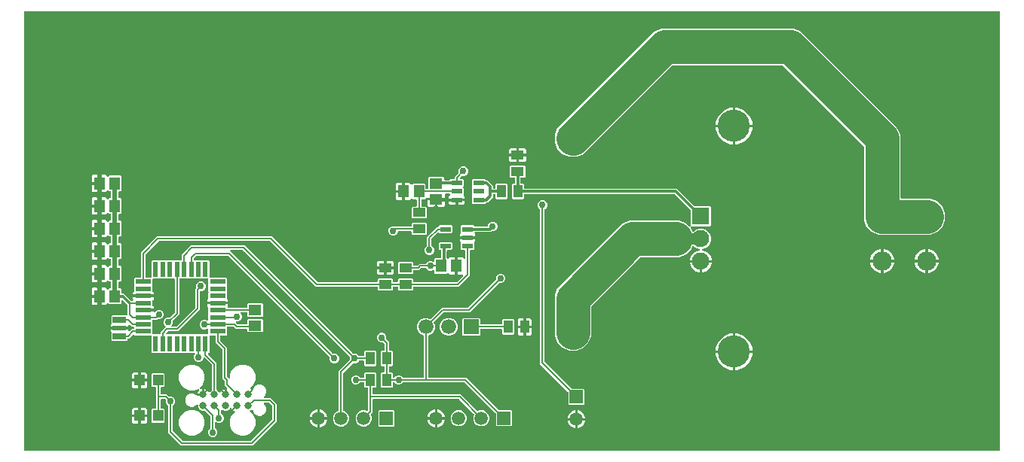
<source format=gtl>
G04 EAGLE Gerber RS-274X export*
G75*
%MOMM*%
%FSLAX34Y34*%
%LPD*%
%INTop Copper*%
%IPPOS*%
%AMOC8*
5,1,8,0,0,1.08239X$1,22.5*%
G01*
G04 Define Apertures*
%ADD10R,1.780000X0.575000*%
%ADD11R,0.575000X1.780000*%
%ADD12R,1.500000X0.700000*%
%ADD13R,1.500000X0.500000*%
%ADD14R,1.164600X1.465300*%
%ADD15R,1.465300X1.164600*%
%ADD16C,2.184400*%
%ADD17R,1.260500X0.595000*%
%ADD18R,1.420200X1.031200*%
%ADD19R,1.031200X1.420200*%
%ADD20C,0.820000*%
%ADD21R,1.500000X1.500000*%
%ADD22C,1.500000*%
%ADD23R,1.209900X0.591500*%
%ADD24R,1.676400X1.676400*%
%ADD25C,1.676400*%
%ADD26R,1.930400X1.930400*%
%ADD27C,1.930400*%
%ADD28C,3.616000*%
%ADD29C,8.500000*%
%ADD30R,1.150000X1.250000*%
%ADD31C,0.203200*%
%ADD32C,0.756400*%
%ADD33C,0.508000*%
%ADD34C,0.304800*%
%ADD35C,0.152400*%
%ADD36C,3.810000*%
%ADD37C,1.270000*%
G36*
X1096880Y2580D02*
X1097214Y2809D01*
X1097432Y3150D01*
X1097500Y3516D01*
X1097500Y496484D01*
X1097420Y496880D01*
X1097191Y497214D01*
X1096850Y497432D01*
X1096484Y497500D01*
X3516Y497500D01*
X3120Y497420D01*
X2786Y497191D01*
X2568Y496850D01*
X2500Y496484D01*
X2500Y3516D01*
X2580Y3120D01*
X2809Y2786D01*
X3150Y2568D01*
X3516Y2500D01*
X1096484Y2500D01*
X1096880Y2580D01*
G37*
%LPC*%
G36*
X961508Y245726D02*
X953946Y248858D01*
X948158Y254646D01*
X945026Y262208D01*
X945026Y344987D01*
X944946Y345383D01*
X944728Y345706D01*
X854106Y436328D01*
X853768Y436552D01*
X853387Y436626D01*
X730423Y436626D01*
X730027Y436546D01*
X729704Y436328D01*
X630144Y336768D01*
X622582Y333636D01*
X614398Y333636D01*
X606836Y336768D01*
X601048Y342556D01*
X597916Y350118D01*
X597916Y358302D01*
X601048Y365864D01*
X709826Y474642D01*
X717388Y477774D01*
X866422Y477774D01*
X873984Y474642D01*
X983042Y365584D01*
X986174Y358022D01*
X986174Y287890D01*
X986254Y287494D01*
X986483Y287160D01*
X986824Y286942D01*
X987190Y286874D01*
X1019692Y286874D01*
X1027254Y283742D01*
X1033042Y277954D01*
X1036174Y270392D01*
X1036174Y262208D01*
X1033042Y254646D01*
X1027254Y248858D01*
X1019692Y245726D01*
X961508Y245726D01*
G37*
G36*
X1036320Y421500D02*
X1029521Y424316D01*
X1024316Y429521D01*
X1021500Y436320D01*
X1021500Y443680D01*
X1024316Y450479D01*
X1029521Y455684D01*
X1036320Y458500D01*
X1043680Y458500D01*
X1050479Y455684D01*
X1055684Y450479D01*
X1058500Y443680D01*
X1058500Y436320D01*
X1055684Y429521D01*
X1050479Y424316D01*
X1043680Y421500D01*
X1036320Y421500D01*
G37*
G36*
X56320Y421500D02*
X49521Y424316D01*
X44316Y429521D01*
X41500Y436320D01*
X41500Y443680D01*
X44316Y450479D01*
X49521Y455684D01*
X56320Y458500D01*
X63680Y458500D01*
X70479Y455684D01*
X75684Y450479D01*
X78500Y443680D01*
X78500Y436320D01*
X75684Y429521D01*
X70479Y424316D01*
X63680Y421500D01*
X56320Y421500D01*
G37*
G36*
X778580Y369824D02*
X778580Y372402D01*
X781719Y379980D01*
X787520Y385781D01*
X795098Y388920D01*
X797676Y388920D01*
X797676Y369824D01*
X778580Y369824D01*
G37*
G36*
X800724Y369824D02*
X800724Y388920D01*
X803302Y388920D01*
X810880Y385781D01*
X816681Y379980D01*
X819820Y372402D01*
X819820Y369824D01*
X800724Y369824D01*
G37*
G36*
X800724Y347680D02*
X800724Y366776D01*
X819820Y366776D01*
X819820Y364198D01*
X816681Y356620D01*
X810880Y350819D01*
X803302Y347680D01*
X800724Y347680D01*
G37*
G36*
X795098Y347680D02*
X787520Y350819D01*
X781719Y356620D01*
X778580Y364198D01*
X778580Y366776D01*
X797676Y366776D01*
X797676Y347680D01*
X795098Y347680D01*
G37*
G36*
X546619Y337109D02*
X546619Y341793D01*
X548107Y343281D01*
X554736Y343281D01*
X554736Y337109D01*
X546619Y337109D01*
G37*
G36*
X557784Y337109D02*
X557784Y343281D01*
X564413Y343281D01*
X565901Y341793D01*
X565901Y337109D01*
X557784Y337109D01*
G37*
G36*
X557784Y327889D02*
X557784Y334061D01*
X565901Y334061D01*
X565901Y329377D01*
X564413Y327889D01*
X557784Y327889D01*
G37*
G36*
X548107Y327889D02*
X546619Y329377D01*
X546619Y334061D01*
X554736Y334061D01*
X554736Y327889D01*
X548107Y327889D01*
G37*
G36*
X614398Y115436D02*
X606836Y118568D01*
X601048Y124356D01*
X597916Y131918D01*
X597916Y178082D01*
X601048Y185644D01*
X674146Y258742D01*
X681708Y261874D01*
X738152Y261874D01*
X745714Y258742D01*
X749090Y255366D01*
X749427Y255143D01*
X749824Y255069D01*
X750219Y255156D01*
X750549Y255390D01*
X750761Y255734D01*
X750824Y256085D01*
X750824Y273145D01*
X750744Y273541D01*
X750526Y273863D01*
X733095Y291294D01*
X732758Y291518D01*
X732377Y291592D01*
X564261Y291592D01*
X563865Y291512D01*
X563531Y291283D01*
X563313Y290942D01*
X563245Y290576D01*
X563245Y286908D01*
X562352Y286015D01*
X550778Y286015D01*
X549885Y286908D01*
X549885Y302372D01*
X550778Y303265D01*
X552501Y303265D01*
X552897Y303345D01*
X553231Y303574D01*
X553449Y303915D01*
X553517Y304281D01*
X553517Y309499D01*
X553437Y309895D01*
X553208Y310229D01*
X552867Y310447D01*
X552501Y310515D01*
X548528Y310515D01*
X547635Y311408D01*
X547635Y322982D01*
X548528Y323875D01*
X563992Y323875D01*
X564885Y322982D01*
X564885Y311408D01*
X563992Y310515D01*
X560629Y310515D01*
X560233Y310435D01*
X559899Y310206D01*
X559681Y309865D01*
X559613Y309499D01*
X559613Y304281D01*
X559693Y303885D01*
X559922Y303551D01*
X560263Y303333D01*
X560629Y303265D01*
X562352Y303265D01*
X563245Y302372D01*
X563245Y298704D01*
X563325Y298308D01*
X563554Y297974D01*
X563895Y297756D01*
X564261Y297688D01*
X735323Y297688D01*
X754837Y278174D01*
X755174Y277950D01*
X755555Y277876D01*
X772283Y277876D01*
X773176Y276983D01*
X773176Y256417D01*
X772283Y255524D01*
X751385Y255524D01*
X750989Y255444D01*
X750655Y255215D01*
X750437Y254874D01*
X750369Y254476D01*
X750462Y254082D01*
X750666Y253790D01*
X751502Y252954D01*
X752779Y249871D01*
X753005Y249536D01*
X753344Y249315D01*
X753742Y249244D01*
X754136Y249334D01*
X754436Y249541D01*
X755669Y250775D01*
X759777Y252476D01*
X764223Y252476D01*
X768331Y250775D01*
X771475Y247631D01*
X773176Y243523D01*
X773176Y239077D01*
X771475Y234969D01*
X768331Y231825D01*
X764036Y230047D01*
X763701Y229821D01*
X763480Y229482D01*
X763409Y229084D01*
X763499Y228689D01*
X763736Y228362D01*
X764082Y228152D01*
X764425Y228092D01*
X764425Y228092D01*
X768906Y226236D01*
X772336Y222806D01*
X774192Y218325D01*
X774192Y217424D01*
X749808Y217424D01*
X749808Y218325D01*
X751664Y222806D01*
X755094Y226236D01*
X759575Y228092D01*
X759575Y228092D01*
X759971Y228172D01*
X760305Y228401D01*
X760523Y228742D01*
X760590Y229140D01*
X760497Y229534D01*
X760258Y229860D01*
X759964Y230047D01*
X755669Y231825D01*
X754436Y233059D01*
X754099Y233282D01*
X753701Y233356D01*
X753307Y233269D01*
X752977Y233035D01*
X752779Y232729D01*
X751502Y229646D01*
X745714Y223858D01*
X738152Y220726D01*
X694743Y220726D01*
X694347Y220646D01*
X694024Y220428D01*
X639362Y165766D01*
X639138Y165428D01*
X639064Y165047D01*
X639064Y131918D01*
X635932Y124356D01*
X630144Y118568D01*
X622582Y115436D01*
X614398Y115436D01*
G37*
G36*
X438038Y264135D02*
X437145Y265028D01*
X437145Y276602D01*
X438038Y277495D01*
X442078Y277495D01*
X442474Y277575D01*
X442808Y277804D01*
X443026Y278145D01*
X443094Y278511D01*
X443094Y284774D01*
X443014Y285170D01*
X442785Y285503D01*
X442444Y285721D01*
X442078Y285790D01*
X439180Y285790D01*
X438223Y286746D01*
X437886Y286969D01*
X437489Y287043D01*
X437094Y286957D01*
X436764Y286723D01*
X436552Y286379D01*
X436540Y286312D01*
X435001Y284774D01*
X429650Y284774D01*
X429650Y304507D01*
X435001Y304507D01*
X436549Y302959D01*
X436569Y302856D01*
X436798Y302523D01*
X437139Y302305D01*
X437537Y302237D01*
X437931Y302330D01*
X438223Y302534D01*
X439180Y303491D01*
X452088Y303491D01*
X452981Y302598D01*
X452981Y298196D01*
X453061Y297800D01*
X453290Y297466D01*
X453631Y297248D01*
X453997Y297180D01*
X454954Y297180D01*
X455350Y297260D01*
X455683Y297489D01*
X455901Y297830D01*
X455970Y298196D01*
X455970Y309848D01*
X456862Y310741D01*
X472778Y310741D01*
X473671Y309848D01*
X473671Y308204D01*
X473751Y307808D01*
X473980Y307474D01*
X474320Y307256D01*
X474687Y307188D01*
X479293Y307188D01*
X479690Y307268D01*
X480012Y307486D01*
X481165Y308639D01*
X484543Y308639D01*
X484939Y308719D01*
X485273Y308948D01*
X485491Y309289D01*
X485559Y309655D01*
X485559Y311351D01*
X489707Y315499D01*
X489930Y315836D01*
X490004Y316234D01*
X489994Y316283D01*
X489994Y318555D01*
X490802Y320506D01*
X492294Y321998D01*
X494245Y322806D01*
X496355Y322806D01*
X498306Y321998D01*
X499798Y320506D01*
X500606Y318555D01*
X500606Y316445D01*
X499798Y314494D01*
X498306Y313002D01*
X496355Y312194D01*
X494063Y312194D01*
X494009Y312204D01*
X493614Y312121D01*
X493299Y311907D01*
X491766Y310373D01*
X491542Y310036D01*
X491468Y309639D01*
X491555Y309244D01*
X491789Y308914D01*
X492133Y308702D01*
X492484Y308639D01*
X495033Y308639D01*
X495926Y307746D01*
X495926Y300534D01*
X495500Y300108D01*
X495277Y299771D01*
X495203Y299374D01*
X495290Y298979D01*
X495500Y298672D01*
X495926Y298246D01*
X495926Y290616D01*
X495921Y290592D01*
X496008Y290197D01*
X496219Y289890D01*
X496942Y289167D01*
X496942Y286664D01*
X479257Y286664D01*
X479257Y289167D01*
X479979Y289890D01*
X480203Y290227D01*
X480277Y290625D01*
X480273Y290645D01*
X480273Y291084D01*
X480192Y291480D01*
X479963Y291814D01*
X479623Y292032D01*
X479257Y292100D01*
X475703Y292100D01*
X475306Y292020D01*
X474973Y291791D01*
X474755Y291450D01*
X474687Y291084D01*
X474687Y287410D01*
X454192Y287410D01*
X454192Y287169D01*
X453905Y287217D01*
X453512Y287124D01*
X453219Y286920D01*
X452088Y285790D01*
X449190Y285790D01*
X448794Y285709D01*
X448460Y285480D01*
X448242Y285140D01*
X448174Y284774D01*
X448174Y278511D01*
X448254Y278115D01*
X448483Y277781D01*
X448824Y277563D01*
X449190Y277495D01*
X453502Y277495D01*
X454395Y276602D01*
X454395Y265028D01*
X453502Y264135D01*
X438038Y264135D01*
G37*
G36*
X78133Y305054D02*
X78133Y311909D01*
X79621Y313397D01*
X84972Y313397D01*
X84972Y305054D01*
X78133Y305054D01*
G37*
G36*
X178018Y8890D02*
X163985Y22923D01*
X163985Y53050D01*
X163905Y53446D01*
X163676Y53780D01*
X163633Y53808D01*
X162027Y55414D01*
X161219Y57365D01*
X161219Y59658D01*
X161229Y59711D01*
X161146Y60106D01*
X160932Y60421D01*
X160690Y60662D01*
X160353Y60886D01*
X159972Y60960D01*
X156296Y60960D01*
X155900Y60880D01*
X155566Y60651D01*
X155348Y60310D01*
X155280Y59944D01*
X155280Y51020D01*
X155360Y50624D01*
X155589Y50290D01*
X155930Y50072D01*
X156296Y50004D01*
X159121Y50004D01*
X160014Y49111D01*
X160014Y35349D01*
X159121Y34456D01*
X146359Y34456D01*
X145466Y35349D01*
X145466Y49111D01*
X146359Y50004D01*
X149184Y50004D01*
X149580Y50084D01*
X149914Y50313D01*
X150132Y50654D01*
X150200Y51020D01*
X150200Y73440D01*
X150120Y73836D01*
X149891Y74170D01*
X149550Y74388D01*
X149184Y74456D01*
X146359Y74456D01*
X145466Y75349D01*
X145466Y89111D01*
X146359Y90004D01*
X159121Y90004D01*
X160014Y89111D01*
X160014Y75349D01*
X159121Y74456D01*
X156296Y74456D01*
X155900Y74376D01*
X155566Y74147D01*
X155348Y73806D01*
X155280Y73440D01*
X155280Y67056D01*
X155360Y66660D01*
X155589Y66326D01*
X155930Y66108D01*
X156296Y66040D01*
X162497Y66040D01*
X164524Y64013D01*
X164861Y63790D01*
X165259Y63716D01*
X165308Y63726D01*
X167580Y63726D01*
X169531Y62918D01*
X171023Y61426D01*
X171831Y59475D01*
X171831Y57365D01*
X171023Y55414D01*
X169402Y53793D01*
X169357Y53763D01*
X169136Y53424D01*
X169065Y53050D01*
X169065Y25448D01*
X169145Y25052D01*
X169363Y24730D01*
X179825Y14268D01*
X180162Y14044D01*
X180543Y13970D01*
X256337Y13970D01*
X256733Y14050D01*
X257055Y14268D01*
X280372Y37585D01*
X280596Y37922D01*
X280670Y38303D01*
X280670Y53137D01*
X280590Y53533D01*
X280372Y53855D01*
X277375Y56852D01*
X277038Y57076D01*
X276657Y57150D01*
X272083Y57150D01*
X271687Y57070D01*
X271353Y56841D01*
X271135Y56500D01*
X271068Y56102D01*
X271161Y55708D01*
X271365Y55416D01*
X273018Y53762D01*
X274153Y51023D01*
X274153Y48058D01*
X273018Y45318D01*
X270922Y43222D01*
X268183Y42087D01*
X265218Y42087D01*
X262478Y43222D01*
X260382Y45318D01*
X259247Y48058D01*
X259247Y48181D01*
X259167Y48577D01*
X258938Y48910D01*
X258597Y49128D01*
X258199Y49196D01*
X257805Y49103D01*
X257513Y48899D01*
X257186Y48572D01*
X256123Y48132D01*
X255788Y47906D01*
X255567Y47567D01*
X255496Y47169D01*
X255586Y46775D01*
X255794Y46475D01*
X259836Y42433D01*
X262025Y37149D01*
X262025Y31431D01*
X259836Y26147D01*
X255793Y22104D01*
X250509Y19916D01*
X244791Y19916D01*
X239507Y22104D01*
X235464Y26147D01*
X233276Y31431D01*
X233276Y37149D01*
X235464Y42433D01*
X238729Y45697D01*
X238952Y46035D01*
X239026Y46432D01*
X238939Y46827D01*
X238706Y47157D01*
X238399Y47354D01*
X237539Y47711D01*
X235671Y49579D01*
X235339Y50380D01*
X235113Y50716D01*
X234774Y50936D01*
X234376Y51007D01*
X233982Y50917D01*
X233654Y50681D01*
X233462Y50380D01*
X233368Y50154D01*
X231786Y48572D01*
X229719Y47716D01*
X227481Y47716D01*
X225414Y48572D01*
X225254Y48732D01*
X224917Y48955D01*
X224520Y49030D01*
X224125Y48943D01*
X223795Y48709D01*
X223583Y48365D01*
X223520Y48014D01*
X223520Y44740D01*
X223600Y44344D01*
X223829Y44010D01*
X223872Y43982D01*
X225478Y42376D01*
X226286Y40425D01*
X226286Y38315D01*
X225478Y36364D01*
X223986Y34872D01*
X222035Y34064D01*
X219925Y34064D01*
X217914Y34897D01*
X217518Y34974D01*
X217122Y34890D01*
X216790Y34659D01*
X216575Y34317D01*
X216510Y33958D01*
X216510Y28840D01*
X216590Y28443D01*
X216819Y28110D01*
X216861Y28082D01*
X218468Y26475D01*
X219276Y24525D01*
X219276Y22414D01*
X218468Y20464D01*
X216975Y18971D01*
X215025Y18164D01*
X212914Y18164D01*
X210964Y18971D01*
X209471Y20464D01*
X208664Y22414D01*
X208664Y24525D01*
X209471Y26475D01*
X211093Y28097D01*
X211138Y28127D01*
X211358Y28466D01*
X211430Y28840D01*
X211430Y41097D01*
X211349Y41494D01*
X211132Y41816D01*
X205444Y47503D01*
X205107Y47727D01*
X204710Y47801D01*
X204337Y47724D01*
X204319Y47716D01*
X202081Y47716D01*
X200014Y48572D01*
X198432Y50154D01*
X197576Y52221D01*
X197576Y53773D01*
X197496Y54169D01*
X197267Y54503D01*
X196926Y54721D01*
X196528Y54789D01*
X196134Y54695D01*
X195842Y54491D01*
X194722Y53372D01*
X191983Y52237D01*
X189018Y52237D01*
X186278Y53372D01*
X184182Y55468D01*
X183047Y58208D01*
X183047Y61173D01*
X184182Y63912D01*
X186278Y66008D01*
X189018Y67143D01*
X191983Y67143D01*
X194722Y66008D01*
X194826Y65905D01*
X195163Y65681D01*
X195560Y65607D01*
X195798Y65659D01*
X195798Y64516D01*
X204724Y64516D01*
X204724Y72596D01*
X206961Y71669D01*
X208829Y69801D01*
X209161Y69000D01*
X209387Y68664D01*
X209726Y68444D01*
X210124Y68373D01*
X210518Y68463D01*
X210846Y68699D01*
X211039Y69000D01*
X211132Y69226D01*
X212714Y70808D01*
X212733Y70816D01*
X213068Y71042D01*
X213289Y71380D01*
X213360Y71754D01*
X213360Y98857D01*
X213280Y99253D01*
X213062Y99575D01*
X205160Y107477D01*
X204823Y107701D01*
X204426Y107775D01*
X204031Y107688D01*
X203701Y107454D01*
X203489Y107110D01*
X203468Y106997D01*
X202618Y104944D01*
X201126Y103452D01*
X199175Y102644D01*
X197065Y102644D01*
X195114Y103452D01*
X193622Y104944D01*
X192814Y106895D01*
X192814Y109005D01*
X193622Y110956D01*
X193795Y111129D01*
X194018Y111466D01*
X194092Y111863D01*
X194005Y112258D01*
X193772Y112588D01*
X193427Y112800D01*
X193076Y112863D01*
X186174Y112863D01*
X185784Y112936D01*
X185453Y112863D01*
X178174Y112863D01*
X177784Y112936D01*
X177453Y112863D01*
X170174Y112863D01*
X169784Y112936D01*
X169453Y112863D01*
X162174Y112863D01*
X161784Y112936D01*
X161453Y112863D01*
X154174Y112863D01*
X153784Y112936D01*
X153453Y112863D01*
X146294Y112863D01*
X145401Y113756D01*
X145401Y131685D01*
X145321Y132081D01*
X145092Y132415D01*
X144751Y132633D01*
X144385Y132701D01*
X126456Y132701D01*
X125743Y133414D01*
X125406Y133637D01*
X125008Y133711D01*
X124613Y133625D01*
X124306Y133414D01*
X119822Y128930D01*
X119260Y128930D01*
X118864Y128850D01*
X118530Y128621D01*
X118312Y128280D01*
X118244Y127914D01*
X118244Y127339D01*
X117351Y126446D01*
X101089Y126446D01*
X100196Y127339D01*
X100196Y135981D01*
X100116Y136377D01*
X99898Y136699D01*
X99180Y137418D01*
X99180Y139446D01*
X119260Y139446D01*
X119260Y138005D01*
X119340Y137609D01*
X119569Y137275D01*
X119910Y137057D01*
X120308Y136989D01*
X120702Y137083D01*
X120994Y137287D01*
X123348Y139640D01*
X124547Y139640D01*
X124943Y139720D01*
X125277Y139949D01*
X125495Y140290D01*
X125563Y140656D01*
X125563Y140726D01*
X125636Y141116D01*
X125563Y141447D01*
X125563Y141544D01*
X125483Y141940D01*
X125254Y142274D01*
X124913Y142492D01*
X124547Y142560D01*
X123088Y142560D01*
X120994Y144653D01*
X120657Y144877D01*
X120260Y144951D01*
X119865Y144864D01*
X119535Y144630D01*
X119323Y144286D01*
X119260Y143935D01*
X119260Y142494D01*
X99180Y142494D01*
X99180Y144522D01*
X99898Y145241D01*
X100122Y145578D01*
X100196Y145959D01*
X100196Y154601D01*
X101089Y155494D01*
X117094Y155494D01*
X117490Y155574D01*
X117824Y155803D01*
X118042Y156144D01*
X118110Y156510D01*
X118110Y166719D01*
X118030Y167115D01*
X117812Y167437D01*
X113085Y172164D01*
X112748Y172387D01*
X112351Y172462D01*
X111956Y172375D01*
X111626Y172141D01*
X111414Y171797D01*
X111351Y171446D01*
X111351Y168572D01*
X110458Y167680D01*
X97550Y167680D01*
X96593Y168636D01*
X96256Y168859D01*
X95859Y168933D01*
X95464Y168847D01*
X95134Y168613D01*
X94922Y168269D01*
X94910Y168202D01*
X93371Y166664D01*
X88020Y166664D01*
X88020Y186397D01*
X93371Y186397D01*
X94919Y184849D01*
X94939Y184746D01*
X95168Y184413D01*
X95509Y184195D01*
X95907Y184127D01*
X96301Y184220D01*
X96593Y184424D01*
X97550Y185381D01*
X98924Y185381D01*
X99320Y185461D01*
X99654Y185690D01*
X99872Y186030D01*
X99940Y186397D01*
X99940Y192064D01*
X99860Y192460D01*
X99631Y192793D01*
X99290Y193011D01*
X98924Y193080D01*
X97550Y193080D01*
X96593Y194036D01*
X96256Y194259D01*
X95859Y194333D01*
X95464Y194247D01*
X95134Y194013D01*
X94922Y193669D01*
X94910Y193602D01*
X93371Y192064D01*
X88020Y192064D01*
X88020Y211797D01*
X93371Y211797D01*
X94919Y210249D01*
X94939Y210146D01*
X95168Y209813D01*
X95509Y209595D01*
X95907Y209527D01*
X96301Y209620D01*
X96593Y209824D01*
X97550Y210781D01*
X98924Y210781D01*
X99320Y210861D01*
X99654Y211090D01*
X99872Y211430D01*
X99940Y211797D01*
X99940Y217464D01*
X99860Y217860D01*
X99631Y218193D01*
X99290Y218411D01*
X98924Y218480D01*
X97550Y218480D01*
X96593Y219436D01*
X96256Y219659D01*
X95859Y219733D01*
X95464Y219647D01*
X95134Y219413D01*
X94922Y219069D01*
X94910Y219002D01*
X93371Y217464D01*
X88020Y217464D01*
X88020Y237197D01*
X93371Y237197D01*
X94919Y235649D01*
X94939Y235546D01*
X95168Y235213D01*
X95509Y234995D01*
X95907Y234927D01*
X96301Y235020D01*
X96593Y235224D01*
X97550Y236181D01*
X98924Y236181D01*
X99320Y236261D01*
X99654Y236490D01*
X99872Y236830D01*
X99940Y237197D01*
X99940Y242864D01*
X99860Y243260D01*
X99631Y243593D01*
X99290Y243811D01*
X98924Y243880D01*
X97550Y243880D01*
X96593Y244836D01*
X96256Y245059D01*
X95859Y245133D01*
X95464Y245047D01*
X95134Y244813D01*
X94922Y244469D01*
X94910Y244402D01*
X93371Y242864D01*
X88020Y242864D01*
X88020Y262597D01*
X93371Y262597D01*
X94919Y261049D01*
X94939Y260946D01*
X95168Y260613D01*
X95509Y260395D01*
X95907Y260327D01*
X96301Y260420D01*
X96593Y260624D01*
X97550Y261581D01*
X98924Y261581D01*
X99320Y261661D01*
X99654Y261890D01*
X99872Y262230D01*
X99940Y262597D01*
X99940Y268264D01*
X99860Y268660D01*
X99631Y268993D01*
X99290Y269211D01*
X98924Y269280D01*
X97550Y269280D01*
X96593Y270236D01*
X96256Y270459D01*
X95859Y270533D01*
X95464Y270447D01*
X95134Y270213D01*
X94922Y269869D01*
X94910Y269802D01*
X93371Y268264D01*
X88020Y268264D01*
X88020Y287997D01*
X93371Y287997D01*
X94919Y286449D01*
X94939Y286346D01*
X95168Y286013D01*
X95509Y285795D01*
X95907Y285727D01*
X96301Y285820D01*
X96593Y286024D01*
X97550Y286981D01*
X98924Y286981D01*
X99320Y287061D01*
X99654Y287290D01*
X99872Y287630D01*
X99940Y287997D01*
X99940Y293664D01*
X99860Y294060D01*
X99631Y294393D01*
X99290Y294611D01*
X98924Y294680D01*
X97550Y294680D01*
X96593Y295636D01*
X96256Y295859D01*
X95859Y295933D01*
X95464Y295847D01*
X95134Y295613D01*
X94922Y295269D01*
X94910Y295202D01*
X93371Y293664D01*
X88020Y293664D01*
X88020Y313397D01*
X93371Y313397D01*
X94919Y311849D01*
X94939Y311746D01*
X95168Y311413D01*
X95509Y311195D01*
X95907Y311127D01*
X96301Y311220D01*
X96593Y311424D01*
X97550Y312381D01*
X110458Y312381D01*
X111351Y311488D01*
X111351Y295572D01*
X110458Y294680D01*
X109084Y294680D01*
X108688Y294599D01*
X108354Y294370D01*
X108136Y294030D01*
X108068Y293664D01*
X108068Y287997D01*
X108148Y287600D01*
X108377Y287267D01*
X108718Y287049D01*
X109084Y286981D01*
X110458Y286981D01*
X111351Y286088D01*
X111351Y270172D01*
X110458Y269280D01*
X109084Y269280D01*
X108688Y269199D01*
X108354Y268970D01*
X108136Y268630D01*
X108068Y268264D01*
X108068Y262597D01*
X108148Y262200D01*
X108377Y261867D01*
X108718Y261649D01*
X109084Y261581D01*
X110458Y261581D01*
X111351Y260688D01*
X111351Y244772D01*
X110458Y243880D01*
X109084Y243880D01*
X108688Y243799D01*
X108354Y243570D01*
X108136Y243230D01*
X108068Y242864D01*
X108068Y237197D01*
X108148Y236800D01*
X108377Y236467D01*
X108718Y236249D01*
X109084Y236181D01*
X110458Y236181D01*
X111351Y235288D01*
X111351Y219372D01*
X110458Y218480D01*
X109084Y218480D01*
X108688Y218399D01*
X108354Y218170D01*
X108136Y217830D01*
X108068Y217464D01*
X108068Y211797D01*
X108148Y211400D01*
X108377Y211067D01*
X108718Y210849D01*
X109084Y210781D01*
X110458Y210781D01*
X111351Y209888D01*
X111351Y193972D01*
X110458Y193080D01*
X109084Y193080D01*
X108688Y192999D01*
X108354Y192770D01*
X108136Y192430D01*
X108068Y192064D01*
X108068Y186397D01*
X108148Y186000D01*
X108377Y185667D01*
X108718Y185449D01*
X109084Y185381D01*
X110458Y185381D01*
X111351Y184488D01*
X111351Y180594D01*
X111431Y180198D01*
X111660Y179864D01*
X112001Y179646D01*
X112367Y179578D01*
X114293Y179578D01*
X121933Y171938D01*
X122270Y171714D01*
X122651Y171640D01*
X123627Y171640D01*
X124023Y171720D01*
X124357Y171949D01*
X124575Y172290D01*
X124643Y172688D01*
X124550Y173082D01*
X124547Y173086D01*
X124547Y175576D01*
X147427Y175576D01*
X147427Y173173D01*
X146709Y172454D01*
X146485Y172117D01*
X146411Y171736D01*
X146411Y166464D01*
X146491Y166068D01*
X146709Y165746D01*
X147427Y165027D01*
X147427Y162624D01*
X134463Y162624D01*
X134463Y159576D01*
X147498Y159576D01*
X147507Y159527D01*
X147736Y159194D01*
X148077Y158976D01*
X148475Y158908D01*
X148869Y159001D01*
X149161Y159205D01*
X150664Y160708D01*
X152615Y161516D01*
X154725Y161516D01*
X156676Y160708D01*
X158168Y159216D01*
X158976Y157265D01*
X158976Y155155D01*
X158168Y153204D01*
X156676Y151712D01*
X154725Y150904D01*
X152433Y150904D01*
X152379Y150914D01*
X151984Y150831D01*
X151669Y150617D01*
X151612Y150560D01*
X147427Y150560D01*
X147031Y150480D01*
X146697Y150251D01*
X146479Y149910D01*
X146411Y149544D01*
X146411Y149474D01*
X146338Y149084D01*
X146411Y148753D01*
X146411Y141474D01*
X146338Y141084D01*
X146411Y140753D01*
X146411Y134727D01*
X146491Y134331D01*
X146720Y133997D01*
X147061Y133779D01*
X147427Y133711D01*
X153426Y133711D01*
X153816Y133638D01*
X154147Y133711D01*
X154244Y133711D01*
X154640Y133791D01*
X154974Y134020D01*
X155192Y134361D01*
X155260Y134727D01*
X155260Y135992D01*
X160739Y141471D01*
X160962Y141808D01*
X161036Y142205D01*
X160949Y142600D01*
X160739Y142908D01*
X159332Y144314D01*
X158524Y146265D01*
X158524Y148375D01*
X159332Y150326D01*
X160824Y151818D01*
X162775Y152626D01*
X165068Y152626D01*
X165121Y152616D01*
X165516Y152699D01*
X165831Y152913D01*
X170962Y158045D01*
X171186Y158382D01*
X171260Y158763D01*
X171260Y195473D01*
X171180Y195869D01*
X170951Y196203D01*
X170610Y196421D01*
X170244Y196489D01*
X170174Y196489D01*
X169784Y196562D01*
X169453Y196489D01*
X162174Y196489D01*
X161784Y196562D01*
X161453Y196489D01*
X154174Y196489D01*
X153784Y196562D01*
X153453Y196489D01*
X147427Y196489D01*
X147031Y196409D01*
X146697Y196180D01*
X146479Y195839D01*
X146411Y195473D01*
X146411Y189474D01*
X146338Y189084D01*
X146411Y188753D01*
X146411Y182464D01*
X146491Y182068D01*
X146709Y181746D01*
X147427Y181027D01*
X147427Y178624D01*
X124547Y178624D01*
X124547Y181027D01*
X125265Y181746D01*
X125489Y182083D01*
X125563Y182464D01*
X125563Y188726D01*
X125636Y189116D01*
X125563Y189447D01*
X125563Y196606D01*
X126456Y197499D01*
X132431Y197499D01*
X132827Y197579D01*
X133161Y197808D01*
X133379Y198149D01*
X133447Y198515D01*
X133447Y225939D01*
X151348Y243840D01*
X280452Y243840D01*
X331260Y193033D01*
X331597Y192809D01*
X331978Y192735D01*
X398029Y192735D01*
X398425Y192815D01*
X398759Y193044D01*
X398977Y193385D01*
X399045Y193751D01*
X399045Y195982D01*
X399938Y196875D01*
X415402Y196875D01*
X416295Y195982D01*
X416295Y193751D01*
X416375Y193355D01*
X416604Y193021D01*
X416945Y192803D01*
X417311Y192735D01*
X420889Y192735D01*
X421285Y192815D01*
X421619Y193044D01*
X421837Y193385D01*
X421905Y193751D01*
X421905Y195982D01*
X422798Y196875D01*
X438262Y196875D01*
X439155Y195982D01*
X439155Y193751D01*
X439235Y193355D01*
X439464Y193021D01*
X439805Y192803D01*
X440171Y192735D01*
X487911Y192735D01*
X488307Y192815D01*
X488629Y193033D01*
X494816Y199219D01*
X495039Y199556D01*
X495113Y199954D01*
X495027Y200349D01*
X494793Y200678D01*
X494449Y200891D01*
X494098Y200954D01*
X489068Y200954D01*
X489068Y220687D01*
X494419Y220687D01*
X495940Y219166D01*
X496277Y218943D01*
X496674Y218869D01*
X497069Y218955D01*
X497399Y219189D01*
X497611Y219533D01*
X497674Y219884D01*
X497674Y227573D01*
X497594Y227969D01*
X497365Y228302D01*
X497024Y228520D01*
X496658Y228589D01*
X493533Y228589D01*
X492641Y229481D01*
X492641Y237001D01*
X492662Y237118D01*
X492576Y237513D01*
X492365Y237820D01*
X491625Y238560D01*
X491625Y241046D01*
X508804Y241046D01*
X508804Y238560D01*
X508063Y237820D01*
X507840Y237483D01*
X507766Y237085D01*
X507788Y236986D01*
X507788Y229481D01*
X506895Y228589D01*
X503770Y228589D01*
X503374Y228508D01*
X503040Y228279D01*
X502822Y227939D01*
X502754Y227573D01*
X502754Y199973D01*
X490436Y187655D01*
X440171Y187655D01*
X439775Y187575D01*
X439441Y187346D01*
X439223Y187005D01*
X439155Y186639D01*
X439155Y184408D01*
X438262Y183515D01*
X422798Y183515D01*
X421905Y184408D01*
X421905Y186639D01*
X421825Y187035D01*
X421596Y187369D01*
X421255Y187587D01*
X420889Y187655D01*
X417311Y187655D01*
X416915Y187575D01*
X416581Y187346D01*
X416363Y187005D01*
X416295Y186639D01*
X416295Y184408D01*
X415402Y183515D01*
X399938Y183515D01*
X399045Y184408D01*
X399045Y186639D01*
X398965Y187035D01*
X398736Y187369D01*
X398395Y187587D01*
X398029Y187655D01*
X329453Y187655D01*
X278645Y238462D01*
X278308Y238686D01*
X277927Y238760D01*
X153873Y238760D01*
X153477Y238680D01*
X153155Y238462D01*
X138825Y224132D01*
X138601Y223795D01*
X138527Y223414D01*
X138527Y198515D01*
X138607Y198119D01*
X138836Y197785D01*
X139177Y197567D01*
X139543Y197499D01*
X144385Y197499D01*
X144781Y197579D01*
X145115Y197808D01*
X145333Y198149D01*
X145401Y198515D01*
X145401Y216444D01*
X146294Y217337D01*
X153426Y217337D01*
X153816Y217264D01*
X154147Y217337D01*
X161426Y217337D01*
X161816Y217264D01*
X162147Y217337D01*
X169426Y217337D01*
X169816Y217264D01*
X170147Y217337D01*
X177426Y217337D01*
X177816Y217264D01*
X178147Y217337D01*
X178244Y217337D01*
X178640Y217417D01*
X178974Y217646D01*
X179192Y217987D01*
X179260Y218353D01*
X179260Y223492D01*
X189448Y233680D01*
X249972Y233680D01*
X371379Y112273D01*
X371716Y112050D01*
X372114Y111976D01*
X372163Y111986D01*
X374435Y111986D01*
X376386Y111178D01*
X378007Y109557D01*
X378037Y109512D01*
X378376Y109291D01*
X378750Y109220D01*
X383159Y109220D01*
X383555Y109300D01*
X383889Y109529D01*
X384107Y109870D01*
X384175Y110236D01*
X384175Y114412D01*
X385068Y115305D01*
X396642Y115305D01*
X397535Y114412D01*
X397535Y98948D01*
X396642Y98055D01*
X385068Y98055D01*
X384175Y98948D01*
X384175Y103124D01*
X384095Y103520D01*
X383866Y103854D01*
X383525Y104072D01*
X383159Y104140D01*
X378750Y104140D01*
X378354Y104060D01*
X378020Y103831D01*
X377992Y103788D01*
X376386Y102182D01*
X374435Y101374D01*
X372143Y101374D01*
X372089Y101384D01*
X371694Y101301D01*
X371379Y101087D01*
X360978Y90685D01*
X360754Y90348D01*
X360680Y89967D01*
X360680Y48644D01*
X360760Y48248D01*
X360989Y47915D01*
X361307Y47706D01*
X363252Y46900D01*
X365790Y44362D01*
X367164Y41045D01*
X367164Y37455D01*
X365790Y34138D01*
X363252Y31600D01*
X359935Y30226D01*
X356345Y30226D01*
X353028Y31600D01*
X350490Y34138D01*
X349116Y37455D01*
X349116Y41045D01*
X350490Y44362D01*
X353028Y46900D01*
X354973Y47706D01*
X355308Y47932D01*
X355529Y48271D01*
X355600Y48644D01*
X355600Y92492D01*
X367787Y104679D01*
X368010Y105016D01*
X368084Y105414D01*
X368074Y105463D01*
X368074Y107918D01*
X368084Y107971D01*
X368001Y108366D01*
X367787Y108681D01*
X248165Y228302D01*
X247828Y228526D01*
X247447Y228600D01*
X234645Y228600D01*
X234249Y228520D01*
X233915Y228291D01*
X233697Y227950D01*
X233629Y227552D01*
X233723Y227158D01*
X233927Y226866D01*
X348519Y112273D01*
X348856Y112050D01*
X349254Y111976D01*
X349303Y111986D01*
X351575Y111986D01*
X353526Y111178D01*
X355018Y109686D01*
X355826Y107735D01*
X355826Y105625D01*
X355018Y103674D01*
X353526Y102182D01*
X351575Y101374D01*
X349465Y101374D01*
X347514Y102182D01*
X346022Y103674D01*
X345214Y105625D01*
X345214Y107918D01*
X345224Y107971D01*
X345141Y108366D01*
X344927Y108681D01*
X231655Y221952D01*
X231318Y222176D01*
X230937Y222250D01*
X195783Y222250D01*
X195387Y222170D01*
X195065Y221952D01*
X192638Y219525D01*
X192414Y219188D01*
X192340Y218807D01*
X192340Y218353D01*
X192420Y217957D01*
X192649Y217623D01*
X192990Y217405D01*
X193356Y217337D01*
X193426Y217337D01*
X193816Y217264D01*
X194147Y217337D01*
X201426Y217337D01*
X201816Y217264D01*
X202147Y217337D01*
X209306Y217337D01*
X210199Y216444D01*
X210199Y198515D01*
X210279Y198119D01*
X210508Y197785D01*
X210849Y197567D01*
X211215Y197499D01*
X229144Y197499D01*
X230037Y196606D01*
X230037Y189474D01*
X229964Y189084D01*
X230037Y188753D01*
X230037Y181474D01*
X229964Y181084D01*
X230037Y180753D01*
X230037Y174464D01*
X230117Y174068D01*
X230335Y173746D01*
X231053Y173027D01*
X231053Y170624D01*
X208173Y170624D01*
X208173Y173027D01*
X208891Y173746D01*
X209115Y174083D01*
X209189Y174464D01*
X209189Y180726D01*
X209262Y181116D01*
X209189Y181447D01*
X209189Y188726D01*
X209262Y189116D01*
X209189Y189447D01*
X209189Y195473D01*
X209109Y195869D01*
X208880Y196203D01*
X208539Y196421D01*
X208173Y196489D01*
X202174Y196489D01*
X201784Y196562D01*
X201453Y196489D01*
X194174Y196489D01*
X193784Y196562D01*
X193453Y196489D01*
X186174Y196489D01*
X185784Y196562D01*
X185453Y196489D01*
X178174Y196489D01*
X177784Y196562D01*
X177453Y196489D01*
X177356Y196489D01*
X176960Y196409D01*
X176626Y196180D01*
X176408Y195839D01*
X176340Y195473D01*
X176340Y156238D01*
X169423Y149321D01*
X169200Y148984D01*
X169126Y148586D01*
X169136Y148537D01*
X169136Y146265D01*
X168328Y144314D01*
X167988Y143974D01*
X167765Y143637D01*
X167691Y143240D01*
X167778Y142845D01*
X168012Y142515D01*
X168356Y142303D01*
X168707Y142240D01*
X172517Y142240D01*
X172913Y142320D01*
X173235Y142538D01*
X194012Y163315D01*
X194236Y163652D01*
X194310Y164033D01*
X194310Y185202D01*
X195067Y185959D01*
X195290Y186296D01*
X195364Y186694D01*
X195354Y186743D01*
X195354Y189015D01*
X196162Y190966D01*
X197654Y192458D01*
X199605Y193266D01*
X201715Y193266D01*
X203666Y192458D01*
X205158Y190966D01*
X205966Y189015D01*
X205966Y186905D01*
X205158Y184954D01*
X203666Y183462D01*
X201715Y182654D01*
X200406Y182654D01*
X200010Y182574D01*
X199676Y182345D01*
X199458Y182004D01*
X199390Y181638D01*
X199390Y161508D01*
X175042Y137160D01*
X164033Y137160D01*
X163637Y137080D01*
X163315Y136862D01*
X161898Y135445D01*
X161674Y135108D01*
X161600Y134711D01*
X161687Y134316D01*
X161921Y133986D01*
X162265Y133774D01*
X162616Y133711D01*
X169426Y133711D01*
X169816Y133638D01*
X170147Y133711D01*
X177426Y133711D01*
X177816Y133638D01*
X178147Y133711D01*
X185426Y133711D01*
X185816Y133638D01*
X186147Y133711D01*
X193426Y133711D01*
X193816Y133638D01*
X194147Y133711D01*
X201426Y133711D01*
X201816Y133638D01*
X202147Y133711D01*
X208173Y133711D01*
X208569Y133791D01*
X208903Y134020D01*
X209121Y134361D01*
X209189Y134727D01*
X209189Y139542D01*
X209109Y139939D01*
X208880Y140272D01*
X208539Y140490D01*
X208141Y140558D01*
X207747Y140465D01*
X207498Y140291D01*
X205525Y139474D01*
X203415Y139474D01*
X201464Y140282D01*
X199972Y141774D01*
X199164Y143725D01*
X199164Y145835D01*
X199972Y147786D01*
X201464Y149278D01*
X203415Y150086D01*
X205525Y150086D01*
X207504Y149266D01*
X207792Y149076D01*
X208189Y149002D01*
X208584Y149089D01*
X208914Y149323D01*
X209126Y149667D01*
X209189Y150018D01*
X209189Y156726D01*
X209262Y157116D01*
X209189Y157447D01*
X209189Y163736D01*
X209109Y164132D01*
X208891Y164454D01*
X208173Y165173D01*
X208173Y167576D01*
X231053Y167576D01*
X231053Y164919D01*
X231011Y164694D01*
X231098Y164299D01*
X231332Y163969D01*
X231676Y163757D01*
X232027Y163694D01*
X251754Y163694D01*
X252150Y163774D01*
X252483Y164003D01*
X252701Y164344D01*
X252770Y164710D01*
X252770Y167608D01*
X253662Y168501D01*
X269578Y168501D01*
X270471Y167608D01*
X270471Y154700D01*
X269578Y153807D01*
X253662Y153807D01*
X252770Y154700D01*
X252770Y157598D01*
X252689Y157994D01*
X252460Y158328D01*
X252120Y158546D01*
X251754Y158614D01*
X246313Y158614D01*
X245916Y158534D01*
X245583Y158305D01*
X245365Y157964D01*
X245297Y157566D01*
X245390Y157172D01*
X245594Y156880D01*
X245798Y156676D01*
X246606Y154725D01*
X246606Y152615D01*
X245798Y150664D01*
X244306Y149172D01*
X242355Y148364D01*
X241221Y148364D01*
X240825Y148284D01*
X240491Y148055D01*
X240273Y147714D01*
X240205Y147316D01*
X240299Y146922D01*
X240503Y146630D01*
X242055Y145078D01*
X242392Y144854D01*
X242773Y144780D01*
X251754Y144780D01*
X252150Y144860D01*
X252483Y145089D01*
X252701Y145430D01*
X252770Y145796D01*
X252770Y150100D01*
X253662Y150993D01*
X269578Y150993D01*
X270471Y150100D01*
X270471Y137192D01*
X269578Y136299D01*
X253662Y136299D01*
X252770Y137192D01*
X252770Y138684D01*
X252689Y139080D01*
X252460Y139414D01*
X252120Y139632D01*
X251754Y139700D01*
X240248Y139700D01*
X237685Y142262D01*
X237348Y142486D01*
X236967Y142560D01*
X231053Y142560D01*
X230657Y142480D01*
X230323Y142251D01*
X230105Y141910D01*
X230037Y141544D01*
X230037Y141474D01*
X229964Y141084D01*
X230037Y140753D01*
X230037Y133594D01*
X229144Y132701D01*
X223169Y132701D01*
X222773Y132621D01*
X222439Y132392D01*
X222221Y132051D01*
X222153Y131685D01*
X222153Y127300D01*
X222233Y126904D01*
X222451Y126582D01*
X229870Y119162D01*
X229870Y86614D01*
X229950Y86217D01*
X230168Y85895D01*
X231541Y84522D01*
X231878Y84298D01*
X232276Y84224D01*
X232671Y84311D01*
X233000Y84545D01*
X233213Y84889D01*
X233276Y85240D01*
X233276Y87949D01*
X235464Y93233D01*
X239507Y97276D01*
X244791Y99465D01*
X250509Y99465D01*
X255793Y97276D01*
X259836Y93233D01*
X262025Y87949D01*
X262025Y82231D01*
X259836Y76947D01*
X256571Y73683D01*
X256348Y73346D01*
X256274Y72948D01*
X256361Y72553D01*
X256595Y72223D01*
X256901Y72026D01*
X257761Y71669D01*
X257838Y71592D01*
X258175Y71369D01*
X258573Y71295D01*
X258968Y71382D01*
X259298Y71615D01*
X259495Y71922D01*
X260382Y74062D01*
X262478Y76158D01*
X265218Y77293D01*
X268183Y77293D01*
X270922Y76158D01*
X273018Y74062D01*
X274153Y71323D01*
X274153Y68358D01*
X273018Y65618D01*
X271365Y63964D01*
X271141Y63627D01*
X271067Y63230D01*
X271154Y62835D01*
X271388Y62505D01*
X271732Y62293D01*
X272083Y62230D01*
X279182Y62230D01*
X285750Y55662D01*
X285750Y35778D01*
X258862Y8890D01*
X178018Y8890D01*
G37*
G36*
X505727Y280641D02*
X504835Y281534D01*
X504835Y288746D01*
X505260Y289172D01*
X505483Y289509D01*
X505557Y289906D01*
X505471Y290301D01*
X505260Y290608D01*
X504835Y291034D01*
X504835Y298246D01*
X505260Y298672D01*
X505483Y299009D01*
X505557Y299406D01*
X505471Y299801D01*
X505260Y300108D01*
X504835Y300534D01*
X504835Y307746D01*
X505727Y308639D01*
X519595Y308639D01*
X520748Y307486D01*
X521085Y307262D01*
X521467Y307188D01*
X522623Y307188D01*
X528828Y300983D01*
X528828Y298704D01*
X528908Y298308D01*
X529137Y297974D01*
X529478Y297756D01*
X529844Y297688D01*
X530479Y297688D01*
X530875Y297768D01*
X531209Y297997D01*
X531427Y298338D01*
X531495Y298704D01*
X531495Y302372D01*
X532388Y303265D01*
X543962Y303265D01*
X544855Y302372D01*
X544855Y286908D01*
X543962Y286015D01*
X532388Y286015D01*
X531495Y286908D01*
X531495Y290576D01*
X531415Y290972D01*
X531186Y291306D01*
X530845Y291524D01*
X530479Y291592D01*
X529844Y291592D01*
X529448Y291512D01*
X529114Y291283D01*
X528896Y290942D01*
X528828Y290576D01*
X528828Y288297D01*
X522623Y282092D01*
X521467Y282092D01*
X521070Y282012D01*
X520748Y281794D01*
X519595Y280641D01*
X505727Y280641D01*
G37*
G36*
X419763Y296164D02*
X419763Y303019D01*
X421251Y304507D01*
X426602Y304507D01*
X426602Y296164D01*
X419763Y296164D01*
G37*
G36*
X79621Y293664D02*
X78133Y295151D01*
X78133Y302006D01*
X84972Y302006D01*
X84972Y293664D01*
X79621Y293664D01*
G37*
G36*
X421251Y284774D02*
X419763Y286261D01*
X419763Y293116D01*
X426602Y293116D01*
X426602Y284774D01*
X421251Y284774D01*
G37*
G36*
X78133Y279654D02*
X78133Y286509D01*
X79621Y287997D01*
X84972Y287997D01*
X84972Y279654D01*
X78133Y279654D01*
G37*
G36*
X614169Y54476D02*
X613276Y55369D01*
X613276Y68511D01*
X613196Y68907D01*
X612978Y69229D01*
X581660Y100548D01*
X581660Y274030D01*
X581580Y274426D01*
X581351Y274760D01*
X581308Y274788D01*
X579702Y276394D01*
X578894Y278345D01*
X578894Y280455D01*
X579702Y282406D01*
X581194Y283898D01*
X583145Y284706D01*
X585255Y284706D01*
X587206Y283898D01*
X588698Y282406D01*
X589506Y280455D01*
X589506Y278345D01*
X588698Y276394D01*
X587077Y274773D01*
X587032Y274743D01*
X586811Y274404D01*
X586740Y274030D01*
X586740Y103073D01*
X586820Y102677D01*
X587038Y102355D01*
X616571Y72822D01*
X616908Y72598D01*
X617289Y72524D01*
X630431Y72524D01*
X631324Y71631D01*
X631324Y55369D01*
X630431Y54476D01*
X614169Y54476D01*
G37*
G36*
X466344Y277523D02*
X466344Y284362D01*
X474687Y284362D01*
X474687Y279011D01*
X473199Y277523D01*
X466344Y277523D01*
G37*
G36*
X456441Y277523D02*
X454954Y279011D01*
X454954Y284362D01*
X463296Y284362D01*
X463296Y277523D01*
X456441Y277523D01*
G37*
G36*
X480744Y279625D02*
X479257Y281113D01*
X479257Y283616D01*
X486575Y283616D01*
X486575Y279625D01*
X480744Y279625D01*
G37*
G36*
X489623Y279625D02*
X489623Y283616D01*
X496942Y283616D01*
X496942Y281113D01*
X495454Y279625D01*
X489623Y279625D01*
G37*
G36*
X79621Y268264D02*
X78133Y269751D01*
X78133Y276606D01*
X84972Y276606D01*
X84972Y268264D01*
X79621Y268264D01*
G37*
G36*
X78133Y254254D02*
X78133Y261109D01*
X79621Y262597D01*
X84972Y262597D01*
X84972Y254254D01*
X78133Y254254D01*
G37*
G36*
X491625Y244094D02*
X491625Y246580D01*
X492365Y247320D01*
X492588Y247657D01*
X492662Y248055D01*
X492641Y248154D01*
X492641Y255659D01*
X493533Y256552D01*
X506895Y256552D01*
X508031Y255416D01*
X508368Y255192D01*
X508749Y255118D01*
X521998Y255118D01*
X522394Y255198D01*
X522728Y255427D01*
X522946Y255768D01*
X523014Y256134D01*
X523014Y256325D01*
X523822Y258276D01*
X525314Y259768D01*
X527265Y260576D01*
X529375Y260576D01*
X531326Y259768D01*
X532818Y258276D01*
X533626Y256325D01*
X533626Y254215D01*
X532818Y252264D01*
X531326Y250772D01*
X529375Y249964D01*
X527745Y249964D01*
X527349Y249884D01*
X527027Y249666D01*
X526383Y249022D01*
X508814Y249022D01*
X508418Y248942D01*
X508084Y248713D01*
X507866Y248372D01*
X507798Y247974D01*
X507892Y247580D01*
X508096Y247288D01*
X508804Y246580D01*
X508804Y244094D01*
X491625Y244094D01*
G37*
G36*
X415505Y244884D02*
X413554Y245692D01*
X412062Y247184D01*
X411254Y249135D01*
X411254Y251245D01*
X412062Y253196D01*
X413554Y254688D01*
X415505Y255496D01*
X417615Y255496D01*
X418711Y255042D01*
X419099Y254965D01*
X436129Y254965D01*
X436525Y255045D01*
X436859Y255274D01*
X437077Y255615D01*
X437145Y255981D01*
X437145Y258212D01*
X438038Y259105D01*
X453502Y259105D01*
X454395Y258212D01*
X454395Y246638D01*
X453502Y245745D01*
X438038Y245745D01*
X437145Y246638D01*
X437145Y248869D01*
X437065Y249265D01*
X436836Y249599D01*
X436495Y249817D01*
X436129Y249885D01*
X422856Y249885D01*
X422459Y249805D01*
X422126Y249576D01*
X421917Y249258D01*
X421058Y247184D01*
X419566Y245692D01*
X417615Y244884D01*
X415505Y244884D01*
G37*
G36*
X456145Y223294D02*
X454194Y224102D01*
X452702Y225594D01*
X451894Y227545D01*
X451894Y229655D01*
X452702Y231606D01*
X454323Y233227D01*
X454368Y233257D01*
X454589Y233596D01*
X454660Y233970D01*
X454660Y243622D01*
X465648Y254610D01*
X466557Y254610D01*
X466953Y254690D01*
X467286Y254919D01*
X467504Y255260D01*
X467573Y255626D01*
X467573Y255659D01*
X468465Y256552D01*
X481827Y256552D01*
X482720Y255659D01*
X482720Y248481D01*
X481827Y247589D01*
X468465Y247589D01*
X467856Y248197D01*
X467519Y248421D01*
X467122Y248495D01*
X466727Y248408D01*
X466420Y248197D01*
X460038Y241815D01*
X459814Y241478D01*
X459740Y241097D01*
X459740Y233970D01*
X459820Y233574D01*
X460049Y233240D01*
X460092Y233212D01*
X461698Y231606D01*
X462506Y229655D01*
X462506Y227545D01*
X461698Y225594D01*
X460206Y224102D01*
X458255Y223294D01*
X456145Y223294D01*
G37*
G36*
X79621Y242864D02*
X78133Y244351D01*
X78133Y251206D01*
X84972Y251206D01*
X84972Y242864D01*
X79621Y242864D01*
G37*
G36*
X480669Y200954D02*
X479121Y202501D01*
X479101Y202604D01*
X478872Y202937D01*
X478531Y203155D01*
X478133Y203223D01*
X477739Y203130D01*
X477447Y202926D01*
X476490Y201970D01*
X463582Y201970D01*
X462689Y202862D01*
X462689Y205304D01*
X462609Y205700D01*
X462380Y206034D01*
X462039Y206252D01*
X461641Y206319D01*
X461284Y206243D01*
X459525Y205514D01*
X457415Y205514D01*
X455464Y206322D01*
X453972Y207814D01*
X453934Y207907D01*
X453708Y208242D01*
X453369Y208463D01*
X452995Y208534D01*
X448408Y208534D01*
X448011Y208454D01*
X447689Y208236D01*
X445752Y206299D01*
X440171Y206299D01*
X439775Y206219D01*
X439441Y205990D01*
X439223Y205649D01*
X439155Y205283D01*
X439155Y202798D01*
X438262Y201905D01*
X422798Y201905D01*
X421905Y202798D01*
X421905Y214372D01*
X422798Y215265D01*
X438262Y215265D01*
X439155Y214372D01*
X439155Y211887D01*
X439235Y211491D01*
X439464Y211157D01*
X439805Y210939D01*
X440171Y210871D01*
X443437Y210871D01*
X443834Y210951D01*
X444156Y211169D01*
X446093Y213106D01*
X452995Y213106D01*
X453391Y213186D01*
X453725Y213415D01*
X453934Y213733D01*
X453972Y213826D01*
X455464Y215318D01*
X457415Y216126D01*
X459525Y216126D01*
X461284Y215398D01*
X461681Y215320D01*
X462077Y215404D01*
X462408Y215635D01*
X462624Y215977D01*
X462689Y216336D01*
X462689Y218778D01*
X463582Y219671D01*
X469646Y219671D01*
X470042Y219751D01*
X470376Y219980D01*
X470594Y220320D01*
X470662Y220687D01*
X470662Y227573D01*
X470582Y227969D01*
X470353Y228302D01*
X470012Y228520D01*
X469646Y228589D01*
X468465Y228589D01*
X467573Y229481D01*
X467573Y236659D01*
X468465Y237552D01*
X481827Y237552D01*
X482720Y236659D01*
X482720Y229481D01*
X481827Y228589D01*
X477774Y228589D01*
X477378Y228508D01*
X477044Y228279D01*
X476826Y227939D01*
X476758Y227573D01*
X476758Y219824D01*
X476838Y219427D01*
X477056Y219105D01*
X477447Y218714D01*
X477784Y218491D01*
X478181Y218417D01*
X478576Y218504D01*
X478906Y218737D01*
X479118Y219082D01*
X479130Y219148D01*
X480669Y220687D01*
X486020Y220687D01*
X486020Y200954D01*
X480669Y200954D01*
G37*
G36*
X78133Y228854D02*
X78133Y235709D01*
X79621Y237197D01*
X84972Y237197D01*
X84972Y228854D01*
X78133Y228854D01*
G37*
G36*
X967124Y217824D02*
X967124Y229762D01*
X968278Y229762D01*
X973226Y227713D01*
X977013Y223926D01*
X979062Y218978D01*
X979062Y217824D01*
X967124Y217824D01*
G37*
G36*
X1002138Y217824D02*
X1002138Y218978D01*
X1004188Y223926D01*
X1007974Y227713D01*
X1012922Y229762D01*
X1014076Y229762D01*
X1014076Y217824D01*
X1002138Y217824D01*
G37*
G36*
X952138Y217824D02*
X952138Y218978D01*
X954188Y223926D01*
X957974Y227713D01*
X962922Y229762D01*
X964076Y229762D01*
X964076Y217824D01*
X952138Y217824D01*
G37*
G36*
X1017124Y217824D02*
X1017124Y229762D01*
X1018278Y229762D01*
X1023226Y227713D01*
X1027013Y223926D01*
X1029062Y218978D01*
X1029062Y217824D01*
X1017124Y217824D01*
G37*
G36*
X79621Y217464D02*
X78133Y218951D01*
X78133Y225806D01*
X84972Y225806D01*
X84972Y217464D01*
X79621Y217464D01*
G37*
G36*
X398029Y210109D02*
X398029Y214793D01*
X399517Y216281D01*
X406146Y216281D01*
X406146Y210109D01*
X398029Y210109D01*
G37*
G36*
X409194Y210109D02*
X409194Y216281D01*
X415823Y216281D01*
X417311Y214793D01*
X417311Y210109D01*
X409194Y210109D01*
G37*
G36*
X1017124Y202838D02*
X1017124Y214776D01*
X1029062Y214776D01*
X1029062Y213622D01*
X1027013Y208674D01*
X1023226Y204888D01*
X1018278Y202838D01*
X1017124Y202838D01*
G37*
G36*
X962922Y202838D02*
X957974Y204888D01*
X954188Y208674D01*
X952138Y213622D01*
X952138Y214776D01*
X964076Y214776D01*
X964076Y202838D01*
X962922Y202838D01*
G37*
G36*
X967124Y202838D02*
X967124Y214776D01*
X979062Y214776D01*
X979062Y213622D01*
X977013Y208674D01*
X973226Y204888D01*
X968278Y202838D01*
X967124Y202838D01*
G37*
G36*
X1012922Y202838D02*
X1007974Y204888D01*
X1004188Y208674D01*
X1002138Y213622D01*
X1002138Y214776D01*
X1014076Y214776D01*
X1014076Y202838D01*
X1012922Y202838D01*
G37*
G36*
X759575Y203708D02*
X755094Y205564D01*
X751664Y208994D01*
X749808Y213475D01*
X749808Y214376D01*
X760476Y214376D01*
X760476Y203708D01*
X759575Y203708D01*
G37*
G36*
X763524Y203708D02*
X763524Y214376D01*
X774192Y214376D01*
X774192Y213475D01*
X772336Y208994D01*
X768906Y205564D01*
X764425Y203708D01*
X763524Y203708D01*
G37*
G36*
X78133Y203454D02*
X78133Y210309D01*
X79621Y211797D01*
X84972Y211797D01*
X84972Y203454D01*
X78133Y203454D01*
G37*
G36*
X399517Y200889D02*
X398029Y202377D01*
X398029Y207061D01*
X406146Y207061D01*
X406146Y200889D01*
X399517Y200889D01*
G37*
G36*
X409194Y200889D02*
X409194Y207061D01*
X417311Y207061D01*
X417311Y202377D01*
X415823Y200889D01*
X409194Y200889D01*
G37*
G36*
X532889Y30346D02*
X531996Y31239D01*
X531996Y44381D01*
X531916Y44777D01*
X531698Y45099D01*
X497085Y79712D01*
X496748Y79936D01*
X496367Y80010D01*
X428280Y80010D01*
X427884Y79930D01*
X427550Y79701D01*
X427522Y79658D01*
X425916Y78052D01*
X423965Y77244D01*
X421855Y77244D01*
X419904Y78052D01*
X418283Y79673D01*
X418253Y79718D01*
X417914Y79939D01*
X417540Y80010D01*
X416941Y80010D01*
X416545Y79930D01*
X416211Y79701D01*
X415993Y79360D01*
X415925Y78994D01*
X415925Y74818D01*
X415032Y73925D01*
X403458Y73925D01*
X402565Y74818D01*
X402565Y90282D01*
X403458Y91175D01*
X405689Y91175D01*
X406085Y91255D01*
X406419Y91484D01*
X406637Y91825D01*
X406705Y92191D01*
X406705Y97039D01*
X406625Y97435D01*
X406396Y97769D01*
X406055Y97987D01*
X405689Y98055D01*
X403458Y98055D01*
X402565Y98948D01*
X402565Y114412D01*
X403458Y115305D01*
X405689Y115305D01*
X406085Y115385D01*
X406419Y115614D01*
X406637Y115955D01*
X406705Y116321D01*
X406705Y122682D01*
X406625Y123078D01*
X406407Y123400D01*
X405236Y124571D01*
X404899Y124795D01*
X404518Y124869D01*
X402575Y124869D01*
X400625Y125677D01*
X399133Y127169D01*
X398325Y129120D01*
X398325Y131230D01*
X399133Y133181D01*
X400625Y134673D01*
X402575Y135481D01*
X404686Y135481D01*
X406636Y134673D01*
X408129Y133181D01*
X408937Y131230D01*
X408937Y129120D01*
X408885Y128994D01*
X408808Y128597D01*
X408891Y128202D01*
X409105Y127887D01*
X411785Y125207D01*
X411785Y116321D01*
X411865Y115925D01*
X412094Y115591D01*
X412435Y115373D01*
X412801Y115305D01*
X415032Y115305D01*
X415925Y114412D01*
X415925Y98948D01*
X415032Y98055D01*
X412801Y98055D01*
X412405Y97975D01*
X412071Y97746D01*
X411853Y97405D01*
X411785Y97039D01*
X411785Y92191D01*
X411865Y91795D01*
X412094Y91461D01*
X412435Y91243D01*
X412801Y91175D01*
X415032Y91175D01*
X415925Y90282D01*
X415925Y86106D01*
X416005Y85710D01*
X416234Y85376D01*
X416575Y85158D01*
X416941Y85090D01*
X417540Y85090D01*
X417936Y85170D01*
X418270Y85399D01*
X418298Y85442D01*
X419904Y87048D01*
X421855Y87856D01*
X423965Y87856D01*
X425916Y87048D01*
X427537Y85427D01*
X427567Y85382D01*
X427906Y85161D01*
X428280Y85090D01*
X449834Y85090D01*
X450230Y85170D01*
X450564Y85399D01*
X450782Y85740D01*
X450850Y86106D01*
X450850Y131891D01*
X450770Y132287D01*
X450541Y132621D01*
X450223Y132830D01*
X447779Y133842D01*
X444992Y136629D01*
X443484Y140270D01*
X443484Y144210D01*
X444992Y147851D01*
X447779Y150638D01*
X451420Y152146D01*
X455360Y152146D01*
X457805Y151134D01*
X458201Y151056D01*
X458597Y151140D01*
X458912Y151354D01*
X471388Y163830D01*
X500177Y163830D01*
X500573Y163910D01*
X500895Y164128D01*
X531617Y194849D01*
X531840Y195186D01*
X531914Y195584D01*
X531904Y195633D01*
X531904Y197905D01*
X532712Y199856D01*
X534204Y201348D01*
X536155Y202156D01*
X538265Y202156D01*
X540216Y201348D01*
X541708Y199856D01*
X542516Y197905D01*
X542516Y195795D01*
X541708Y193844D01*
X540216Y192352D01*
X538265Y191544D01*
X535973Y191544D01*
X535919Y191554D01*
X535524Y191471D01*
X535209Y191257D01*
X502702Y158750D01*
X473913Y158750D01*
X473517Y158670D01*
X473195Y158452D01*
X462504Y147762D01*
X462281Y147425D01*
X462206Y147027D01*
X462284Y146655D01*
X463296Y144210D01*
X463296Y140270D01*
X461788Y136629D01*
X459001Y133842D01*
X456557Y132830D01*
X456222Y132604D01*
X456001Y132265D01*
X455930Y131891D01*
X455930Y86106D01*
X456010Y85710D01*
X456239Y85376D01*
X456580Y85158D01*
X456946Y85090D01*
X498892Y85090D01*
X535291Y48692D01*
X535628Y48468D01*
X536009Y48394D01*
X549151Y48394D01*
X550044Y47501D01*
X550044Y31239D01*
X549151Y30346D01*
X532889Y30346D01*
G37*
G36*
X79621Y192064D02*
X78133Y193551D01*
X78133Y200406D01*
X84972Y200406D01*
X84972Y192064D01*
X79621Y192064D01*
G37*
G36*
X78133Y178054D02*
X78133Y184909D01*
X79621Y186397D01*
X84972Y186397D01*
X84972Y178054D01*
X78133Y178054D01*
G37*
G36*
X79621Y166664D02*
X78133Y168151D01*
X78133Y175006D01*
X84972Y175006D01*
X84972Y166664D01*
X79621Y166664D01*
G37*
G36*
X476820Y132334D02*
X473179Y133842D01*
X470392Y136629D01*
X468884Y140270D01*
X468884Y144210D01*
X470392Y147851D01*
X473179Y150638D01*
X476820Y152146D01*
X480760Y152146D01*
X484401Y150638D01*
X487188Y147851D01*
X488696Y144210D01*
X488696Y140270D01*
X487188Y136629D01*
X484401Y133842D01*
X480760Y132334D01*
X476820Y132334D01*
G37*
G36*
X495177Y132334D02*
X494284Y133227D01*
X494284Y151253D01*
X495177Y152146D01*
X513203Y152146D01*
X514096Y151253D01*
X514096Y145796D01*
X514176Y145400D01*
X514405Y145066D01*
X514746Y144848D01*
X515112Y144780D01*
X538099Y144780D01*
X538495Y144860D01*
X538829Y145089D01*
X539047Y145430D01*
X539115Y145796D01*
X539115Y149972D01*
X540008Y150865D01*
X551582Y150865D01*
X552475Y149972D01*
X552475Y134508D01*
X551582Y133615D01*
X540008Y133615D01*
X539115Y134508D01*
X539115Y138684D01*
X539035Y139080D01*
X538806Y139414D01*
X538465Y139632D01*
X538099Y139700D01*
X515112Y139700D01*
X514716Y139620D01*
X514382Y139391D01*
X514164Y139050D01*
X514096Y138684D01*
X514096Y133227D01*
X513203Y132334D01*
X495177Y132334D01*
G37*
G36*
X556489Y143764D02*
X556489Y150393D01*
X557977Y151881D01*
X562661Y151881D01*
X562661Y143764D01*
X556489Y143764D01*
G37*
G36*
X565709Y143764D02*
X565709Y151881D01*
X570393Y151881D01*
X571881Y150393D01*
X571881Y143764D01*
X565709Y143764D01*
G37*
G36*
X565709Y132599D02*
X565709Y140716D01*
X571881Y140716D01*
X571881Y134087D01*
X570393Y132599D01*
X565709Y132599D01*
G37*
G36*
X557977Y132599D02*
X556489Y134087D01*
X556489Y140716D01*
X562661Y140716D01*
X562661Y132599D01*
X557977Y132599D01*
G37*
G36*
X778580Y115824D02*
X778580Y118402D01*
X781719Y125980D01*
X787520Y131781D01*
X795098Y134920D01*
X797676Y134920D01*
X797676Y115824D01*
X778580Y115824D01*
G37*
G36*
X800724Y115824D02*
X800724Y134920D01*
X803302Y134920D01*
X810880Y131781D01*
X816681Y125980D01*
X819820Y118402D01*
X819820Y115824D01*
X800724Y115824D01*
G37*
G36*
X795098Y93680D02*
X787520Y96819D01*
X781719Y102620D01*
X778580Y110198D01*
X778580Y112776D01*
X797676Y112776D01*
X797676Y93680D01*
X795098Y93680D01*
G37*
G36*
X800724Y93680D02*
X800724Y112776D01*
X819820Y112776D01*
X819820Y110198D01*
X816681Y102620D01*
X810880Y96819D01*
X803302Y93680D01*
X800724Y93680D01*
G37*
G36*
X196644Y67564D02*
X197571Y69801D01*
X198498Y70728D01*
X198721Y71065D01*
X198795Y71463D01*
X198709Y71858D01*
X198475Y72188D01*
X198131Y72400D01*
X197731Y72462D01*
X197391Y72385D01*
X193359Y70716D01*
X187641Y70716D01*
X182357Y72904D01*
X178314Y76947D01*
X176126Y82231D01*
X176126Y87949D01*
X178314Y93233D01*
X182357Y97276D01*
X187641Y99465D01*
X193359Y99465D01*
X198643Y97276D01*
X202686Y93233D01*
X204875Y87949D01*
X204875Y82231D01*
X202686Y76947D01*
X199583Y73845D01*
X199360Y73508D01*
X199286Y73110D01*
X199373Y72715D01*
X199607Y72385D01*
X199951Y72173D01*
X200350Y72111D01*
X200691Y72188D01*
X201676Y72596D01*
X201676Y67564D01*
X196644Y67564D01*
G37*
G36*
X381745Y30226D02*
X378428Y31600D01*
X375890Y34138D01*
X374516Y37455D01*
X374516Y41045D01*
X375890Y44362D01*
X378428Y46900D01*
X381745Y48274D01*
X385335Y48274D01*
X386910Y47622D01*
X387307Y47544D01*
X387703Y47628D01*
X388034Y47859D01*
X388250Y48202D01*
X388315Y48560D01*
X388315Y72909D01*
X388235Y73305D01*
X388006Y73639D01*
X387665Y73857D01*
X387299Y73925D01*
X385068Y73925D01*
X384175Y74818D01*
X384175Y78994D01*
X384095Y79390D01*
X383866Y79724D01*
X383525Y79942D01*
X383159Y80010D01*
X380020Y80010D01*
X379624Y79930D01*
X379290Y79701D01*
X379262Y79658D01*
X377656Y78052D01*
X375705Y77244D01*
X373595Y77244D01*
X371644Y78052D01*
X370152Y79544D01*
X369344Y81495D01*
X369344Y83605D01*
X370152Y85556D01*
X371644Y87048D01*
X373595Y87856D01*
X375705Y87856D01*
X377656Y87048D01*
X379277Y85427D01*
X379307Y85382D01*
X379646Y85161D01*
X380020Y85090D01*
X383159Y85090D01*
X383555Y85170D01*
X383889Y85399D01*
X384107Y85740D01*
X384175Y86106D01*
X384175Y90282D01*
X385068Y91175D01*
X396642Y91175D01*
X397535Y90282D01*
X397535Y74818D01*
X396642Y73925D01*
X394411Y73925D01*
X394015Y73845D01*
X393681Y73616D01*
X393463Y73275D01*
X393395Y72909D01*
X393395Y67056D01*
X393475Y66660D01*
X393704Y66326D01*
X394045Y66108D01*
X394411Y66040D01*
X492542Y66040D01*
X510773Y47809D01*
X511110Y47586D01*
X511508Y47511D01*
X511881Y47589D01*
X513825Y48394D01*
X517415Y48394D01*
X520732Y47020D01*
X523270Y44482D01*
X524644Y41165D01*
X524644Y37575D01*
X523270Y34258D01*
X520732Y31720D01*
X517415Y30346D01*
X513825Y30346D01*
X510508Y31720D01*
X507970Y34258D01*
X506596Y37575D01*
X506596Y41165D01*
X507401Y43109D01*
X507479Y43506D01*
X507395Y43902D01*
X507181Y44217D01*
X490735Y60662D01*
X490398Y60886D01*
X490017Y60960D01*
X394411Y60960D01*
X394015Y60880D01*
X393681Y60651D01*
X393463Y60310D01*
X393395Y59944D01*
X393395Y45513D01*
X391979Y44097D01*
X391756Y43760D01*
X391681Y43362D01*
X391759Y42989D01*
X392564Y41045D01*
X392564Y37455D01*
X391190Y34138D01*
X388652Y31600D01*
X385335Y30226D01*
X381745Y30226D01*
G37*
G36*
X133264Y83754D02*
X133264Y91020D01*
X138542Y91020D01*
X140030Y89532D01*
X140030Y83754D01*
X133264Y83754D01*
G37*
G36*
X123450Y83754D02*
X123450Y89532D01*
X124938Y91020D01*
X130216Y91020D01*
X130216Y83754D01*
X123450Y83754D01*
G37*
G36*
X133264Y73440D02*
X133264Y80706D01*
X140030Y80706D01*
X140030Y74928D01*
X138542Y73440D01*
X133264Y73440D01*
G37*
G36*
X124938Y73440D02*
X123450Y74928D01*
X123450Y80706D01*
X130216Y80706D01*
X130216Y73440D01*
X124938Y73440D01*
G37*
G36*
X1036320Y41500D02*
X1029521Y44316D01*
X1024316Y49521D01*
X1021500Y56320D01*
X1021500Y63680D01*
X1024316Y70479D01*
X1029521Y75684D01*
X1036320Y78500D01*
X1043680Y78500D01*
X1050479Y75684D01*
X1055684Y70479D01*
X1058500Y63680D01*
X1058500Y56320D01*
X1055684Y49521D01*
X1050479Y44316D01*
X1043680Y41500D01*
X1036320Y41500D01*
G37*
G36*
X56320Y41500D02*
X49521Y44316D01*
X44316Y49521D01*
X41500Y56320D01*
X41500Y63680D01*
X44316Y70479D01*
X49521Y75684D01*
X56320Y78500D01*
X63680Y78500D01*
X70479Y75684D01*
X75684Y70479D01*
X78500Y63680D01*
X78500Y56320D01*
X75684Y49521D01*
X70479Y44316D01*
X63680Y41500D01*
X56320Y41500D01*
G37*
G36*
X123450Y43754D02*
X123450Y49532D01*
X124938Y51020D01*
X130216Y51020D01*
X130216Y43754D01*
X123450Y43754D01*
G37*
G36*
X133264Y43754D02*
X133264Y51020D01*
X138542Y51020D01*
X140030Y49532D01*
X140030Y43754D01*
X133264Y43754D01*
G37*
G36*
X454780Y40894D02*
X454780Y41367D01*
X456309Y45057D01*
X459133Y47881D01*
X462823Y49410D01*
X463296Y49410D01*
X463296Y40894D01*
X454780Y40894D01*
G37*
G36*
X466344Y40894D02*
X466344Y49410D01*
X466817Y49410D01*
X470507Y47881D01*
X473332Y45057D01*
X474860Y41367D01*
X474860Y40894D01*
X466344Y40894D01*
G37*
G36*
X322700Y40774D02*
X322700Y41247D01*
X324229Y44937D01*
X327053Y47761D01*
X330743Y49290D01*
X331216Y49290D01*
X331216Y40774D01*
X322700Y40774D01*
G37*
G36*
X334264Y40774D02*
X334264Y49290D01*
X334737Y49290D01*
X338427Y47761D01*
X341252Y44937D01*
X342780Y41247D01*
X342780Y40774D01*
X334264Y40774D01*
G37*
G36*
X187641Y19916D02*
X182357Y22104D01*
X178314Y26147D01*
X176126Y31431D01*
X176126Y37149D01*
X178314Y42433D01*
X182357Y46476D01*
X187641Y48665D01*
X193359Y48665D01*
X198643Y46476D01*
X202686Y42433D01*
X204875Y37149D01*
X204875Y31431D01*
X202686Y26147D01*
X198643Y22104D01*
X193359Y19916D01*
X187641Y19916D01*
G37*
G36*
X488425Y30346D02*
X485108Y31720D01*
X482570Y34258D01*
X481196Y37575D01*
X481196Y41165D01*
X482570Y44482D01*
X485108Y47020D01*
X488425Y48394D01*
X492015Y48394D01*
X495332Y47020D01*
X497870Y44482D01*
X499244Y41165D01*
X499244Y37575D01*
X497870Y34258D01*
X495332Y31720D01*
X492015Y30346D01*
X488425Y30346D01*
G37*
G36*
X400809Y30226D02*
X399916Y31119D01*
X399916Y47381D01*
X400809Y48274D01*
X417071Y48274D01*
X417964Y47381D01*
X417964Y31119D01*
X417071Y30226D01*
X400809Y30226D01*
G37*
G36*
X612260Y39624D02*
X612260Y40097D01*
X613789Y43787D01*
X616613Y46611D01*
X620303Y48140D01*
X620776Y48140D01*
X620776Y39624D01*
X612260Y39624D01*
G37*
G36*
X623824Y39624D02*
X623824Y48140D01*
X624297Y48140D01*
X627987Y46611D01*
X630811Y43787D01*
X632340Y40097D01*
X632340Y39624D01*
X623824Y39624D01*
G37*
G36*
X133264Y33440D02*
X133264Y40706D01*
X140030Y40706D01*
X140030Y34928D01*
X138542Y33440D01*
X133264Y33440D01*
G37*
G36*
X124938Y33440D02*
X123450Y34928D01*
X123450Y40706D01*
X130216Y40706D01*
X130216Y33440D01*
X124938Y33440D01*
G37*
G36*
X466344Y29330D02*
X466344Y37846D01*
X474860Y37846D01*
X474860Y37373D01*
X473331Y33683D01*
X470507Y30859D01*
X466817Y29330D01*
X466344Y29330D01*
G37*
G36*
X462823Y29330D02*
X459133Y30859D01*
X456309Y33683D01*
X454780Y37373D01*
X454780Y37846D01*
X463296Y37846D01*
X463296Y29330D01*
X462823Y29330D01*
G37*
G36*
X334264Y29210D02*
X334264Y37726D01*
X342780Y37726D01*
X342780Y37253D01*
X341251Y33563D01*
X338427Y30739D01*
X334737Y29210D01*
X334264Y29210D01*
G37*
G36*
X330743Y29210D02*
X327053Y30739D01*
X324229Y33563D01*
X322700Y37253D01*
X322700Y37726D01*
X331216Y37726D01*
X331216Y29210D01*
X330743Y29210D01*
G37*
G36*
X623824Y28060D02*
X623824Y36576D01*
X632340Y36576D01*
X632340Y36103D01*
X630811Y32413D01*
X627987Y29589D01*
X624297Y28060D01*
X623824Y28060D01*
G37*
G36*
X620303Y28060D02*
X616613Y29589D01*
X613789Y32413D01*
X612260Y36103D01*
X612260Y36576D01*
X620776Y36576D01*
X620776Y28060D01*
X620303Y28060D01*
G37*
%LPD*%
G36*
X230124Y73442D02*
X229582Y73442D01*
X229631Y73728D01*
X229538Y74122D01*
X229333Y74414D01*
X227302Y76446D01*
X227302Y81156D01*
X227222Y81552D01*
X227004Y81874D01*
X224790Y84089D01*
X224790Y116637D01*
X224710Y117033D01*
X224492Y117355D01*
X217073Y124775D01*
X217073Y131685D01*
X216993Y132081D01*
X216764Y132415D01*
X216423Y132633D01*
X216057Y132701D01*
X211215Y132701D01*
X210819Y132621D01*
X210485Y132392D01*
X210267Y132051D01*
X210199Y131685D01*
X210199Y113756D01*
X209279Y112836D01*
X209016Y112783D01*
X208682Y112554D01*
X208464Y112213D01*
X208396Y111815D01*
X208490Y111421D01*
X208694Y111129D01*
X218440Y101382D01*
X218440Y71754D01*
X218520Y71358D01*
X218749Y71024D01*
X219067Y70816D01*
X219086Y70808D01*
X220668Y69226D01*
X220762Y69000D01*
X220988Y68664D01*
X221326Y68444D01*
X221724Y68373D01*
X222119Y68463D01*
X222447Y68699D01*
X222639Y69000D01*
X222971Y69801D01*
X224839Y71669D01*
X227076Y72596D01*
X227076Y64516D01*
X230124Y64516D01*
X230124Y73442D01*
G37*
D10*
X135987Y193100D03*
X135987Y185100D03*
X135987Y177100D03*
X135987Y169100D03*
X135987Y161100D03*
X135987Y153100D03*
X135987Y145100D03*
X135987Y137100D03*
D11*
X149800Y123287D03*
X157800Y123287D03*
X165800Y123287D03*
X173800Y123287D03*
X181800Y123287D03*
X189800Y123287D03*
X197800Y123287D03*
X205800Y123287D03*
D10*
X219613Y137100D03*
X219613Y145100D03*
X219613Y153100D03*
X219613Y161100D03*
X219613Y169100D03*
X219613Y177100D03*
X219613Y185100D03*
X219613Y193100D03*
D11*
X205800Y206913D03*
X197800Y206913D03*
X189800Y206913D03*
X181800Y206913D03*
X173800Y206913D03*
X165800Y206913D03*
X157800Y206913D03*
X149800Y206913D03*
D12*
X109220Y150470D03*
D13*
X109220Y140970D03*
D12*
X109220Y131470D03*
D14*
X104004Y176530D03*
X86496Y176530D03*
X104004Y201930D03*
X86496Y201930D03*
X104004Y227330D03*
X86496Y227330D03*
X104004Y252730D03*
X86496Y252730D03*
X104004Y278130D03*
X86496Y278130D03*
X104004Y303530D03*
X86496Y303530D03*
D15*
X261620Y143646D03*
X261620Y161154D03*
D16*
X965600Y266300D03*
X965600Y216300D03*
X1015600Y266300D03*
X1015600Y216300D03*
X618490Y136010D03*
X618490Y354210D03*
D17*
X488099Y304140D03*
X488099Y294640D03*
X488099Y285140D03*
X512661Y285140D03*
X512661Y294640D03*
X512661Y304140D03*
D18*
X556260Y335585D03*
X556260Y317195D03*
D19*
X556565Y294640D03*
X538175Y294640D03*
D18*
X445770Y270815D03*
X445770Y252425D03*
D14*
X445634Y294640D03*
X428126Y294640D03*
D20*
X203200Y53340D03*
X215900Y53340D03*
X228600Y53340D03*
X241300Y53340D03*
X254000Y53340D03*
X254000Y66040D03*
X241300Y66040D03*
X228600Y66040D03*
X215900Y66040D03*
X203200Y66040D03*
D21*
X408940Y39250D03*
D22*
X383540Y39250D03*
X358140Y39250D03*
X332740Y39250D03*
D19*
X390855Y82550D03*
X409245Y82550D03*
X390855Y106680D03*
X409245Y106680D03*
D21*
X541020Y39370D03*
D22*
X515620Y39370D03*
X490220Y39370D03*
X464820Y39370D03*
D23*
X500214Y233070D03*
X500214Y242570D03*
X500214Y252070D03*
X475146Y252070D03*
X475146Y233070D03*
D19*
X564185Y142240D03*
X545795Y142240D03*
D24*
X504190Y142240D03*
D25*
X478790Y142240D03*
X453390Y142240D03*
D21*
X622300Y63500D03*
D22*
X622300Y38100D03*
D26*
X762000Y266700D03*
D27*
X762000Y241300D03*
X762000Y215900D03*
D28*
X799200Y368300D03*
X799200Y114300D03*
D29*
X60000Y60000D03*
X60000Y440000D03*
X1040000Y440000D03*
X1040000Y60000D03*
D15*
X464820Y303394D03*
X464820Y285886D03*
D14*
X470036Y210820D03*
X487544Y210820D03*
D30*
X152740Y82230D03*
X131740Y82230D03*
X152740Y42230D03*
X131740Y42230D03*
D18*
X430530Y190195D03*
X430530Y208585D03*
X407670Y208585D03*
X407670Y190195D03*
D31*
X135987Y145100D02*
X124140Y145100D01*
X118770Y150470D01*
X109220Y150470D01*
X124400Y137100D02*
X135987Y137100D01*
X124400Y137100D02*
X118770Y131470D01*
X109220Y131470D01*
X109220Y140970D02*
X95250Y140970D01*
D32*
X95250Y140970D03*
D31*
X86360Y140970D01*
D32*
X86360Y140970D03*
D31*
X135987Y161100D02*
X147130Y161100D01*
X154940Y168910D01*
D32*
X154940Y168910D03*
D31*
X146750Y177100D02*
X135987Y177100D01*
X146750Y177100D02*
X154940Y168910D01*
X219613Y169100D02*
X232600Y169100D01*
X237490Y173990D01*
D32*
X237490Y173990D03*
D31*
X223520Y71120D02*
X228600Y66040D01*
X223520Y71120D02*
X223520Y76200D01*
D32*
X223520Y76200D03*
X273050Y81280D03*
D31*
X258231Y70271D02*
X254000Y66040D01*
X258231Y70271D02*
X258231Y73348D01*
X266163Y81280D01*
X273050Y81280D01*
D32*
X208308Y76200D03*
D31*
X208308Y71148D02*
X203200Y66040D01*
X208308Y71148D02*
X208308Y76200D01*
D32*
X86360Y290830D03*
X86360Y189163D03*
X86360Y214563D03*
X86360Y239963D03*
X86360Y265363D03*
D33*
X86496Y290966D02*
X86496Y303530D01*
X86496Y290966D02*
X86360Y290830D01*
X86496Y290966D02*
X86496Y278130D01*
X86496Y265499D01*
X86360Y265363D01*
X86496Y265499D02*
X86496Y252730D01*
X86496Y240099D01*
X86360Y239963D01*
X86496Y240099D02*
X86496Y227330D01*
X86496Y214699D01*
X86360Y214563D01*
X86496Y214699D02*
X86496Y201930D01*
X86496Y189299D01*
X86360Y189163D01*
X86496Y189299D02*
X86496Y176530D01*
D32*
X86360Y317500D03*
X86360Y163830D03*
D33*
X86496Y163966D01*
X86496Y176530D01*
X86496Y317364D02*
X86360Y317500D01*
X86496Y317364D02*
X86496Y303530D01*
D34*
X464820Y285886D02*
X465566Y285140D01*
X488099Y285140D01*
X487544Y238624D02*
X487544Y210820D01*
X487544Y238624D02*
X491490Y242570D01*
X500214Y242570D01*
D31*
X564185Y142240D02*
X575310Y142240D01*
D32*
X575310Y142240D03*
D31*
X464820Y274320D02*
X464820Y285886D01*
D32*
X464820Y274320D03*
D31*
X428126Y294640D02*
X416560Y294640D01*
D32*
X416560Y294640D03*
D31*
X556260Y335585D02*
X556260Y346710D01*
D32*
X556260Y346710D03*
D31*
X510540Y242570D02*
X500214Y242570D01*
X510540Y242570D02*
X515620Y237490D01*
D32*
X515620Y237490D03*
X570230Y213360D03*
X487680Y197432D03*
D31*
X487544Y197568D02*
X487544Y210820D01*
X487544Y197568D02*
X487680Y197432D01*
D32*
X406400Y279400D03*
X406400Y266700D03*
X431800Y177800D03*
X406400Y177800D03*
X381000Y177800D03*
X355600Y177800D03*
X431800Y152400D03*
X431800Y127000D03*
X520700Y215900D03*
X520700Y203200D03*
X558800Y190500D03*
X563880Y156210D03*
X563880Y128270D03*
X609494Y38100D03*
X635106Y38100D03*
X444500Y38100D03*
X317500Y38100D03*
X241300Y127000D03*
X241300Y190500D03*
X228600Y203200D03*
X190500Y177800D03*
X190500Y139700D03*
X165100Y177800D03*
X152400Y190500D03*
X165100Y228600D03*
X127000Y228600D03*
X127000Y203200D03*
X127000Y254000D03*
X127000Y279400D03*
X127000Y304800D03*
X63500Y304800D03*
X63500Y279400D03*
X63500Y254000D03*
X63500Y228600D03*
X63500Y203200D03*
X63500Y177800D03*
X63500Y152400D03*
X88900Y114300D03*
X114300Y114300D03*
X114300Y88900D03*
X175260Y104140D03*
X168910Y91440D03*
X168910Y76200D03*
X622300Y266700D03*
X609600Y254000D03*
X609600Y241300D03*
X622300Y228600D03*
X533400Y241300D03*
X533400Y274320D03*
X546100Y274320D03*
X558800Y274320D03*
X508000Y266700D03*
X495300Y266700D03*
X482600Y266700D03*
X787400Y241300D03*
X812800Y241300D03*
X838200Y241300D03*
X863600Y241300D03*
X876300Y228600D03*
X889000Y215900D03*
X914400Y215900D03*
X939800Y215900D03*
X355600Y203200D03*
X355600Y228600D03*
X228676Y34214D03*
D31*
X228676Y40716D02*
X241300Y53340D01*
X228676Y40716D02*
X228676Y34214D01*
D32*
X381000Y203200D03*
X381000Y228600D03*
X406400Y228600D03*
D33*
X104004Y201930D02*
X104004Y176530D01*
X104004Y201930D02*
X104004Y227330D01*
X104004Y252730D01*
X104004Y278130D01*
X104004Y303530D01*
D31*
X123760Y153100D02*
X135987Y153100D01*
X123760Y153100D02*
X120650Y156210D01*
X120650Y168910D01*
X120840Y169100D01*
X135987Y169100D01*
D34*
X120650Y168910D02*
X113030Y176530D01*
X104004Y176530D01*
X470036Y210820D02*
X473710Y214494D01*
X473710Y231634D01*
X475146Y233070D01*
D31*
X470036Y210820D02*
X458470Y210820D01*
D32*
X458470Y210820D03*
D31*
X238440Y145100D02*
X219613Y145100D01*
X238440Y145100D02*
X241300Y142240D01*
X260214Y142240D01*
X261620Y143646D01*
X219613Y145100D02*
X204790Y145100D01*
X204470Y144780D01*
D32*
X204470Y144780D03*
D31*
X150560Y153100D02*
X135987Y153100D01*
X150560Y153100D02*
X153670Y156210D01*
D32*
X153670Y156210D03*
D31*
X409245Y106680D02*
X409245Y82550D01*
D32*
X403631Y130175D03*
X422910Y82550D03*
D31*
X409245Y82550D01*
X497840Y82550D02*
X541020Y39370D01*
X497840Y82550D02*
X453390Y82550D01*
X422910Y82550D01*
X453390Y82550D02*
X453390Y142240D01*
D32*
X537210Y196850D03*
D31*
X501650Y161290D01*
X472440Y161290D01*
X453390Y142240D01*
X409245Y124155D02*
X409245Y106680D01*
X409245Y124155D02*
X403631Y129769D01*
X403631Y130175D01*
D35*
X447040Y210820D02*
X458470Y210820D01*
X444805Y208585D02*
X430530Y208585D01*
X444805Y208585D02*
X447040Y210820D01*
D31*
X173800Y206913D02*
X173800Y157290D01*
X163830Y147320D01*
D32*
X163830Y147320D03*
X166525Y58420D03*
D31*
X166525Y23975D01*
X179070Y11430D01*
X257810Y11430D01*
X283210Y36830D01*
X283210Y54610D01*
X278130Y59690D01*
X260350Y59690D01*
X254000Y53340D01*
X152740Y63500D02*
X152740Y42230D01*
X152740Y63500D02*
X152740Y82230D01*
X161445Y63500D02*
X166525Y58420D01*
X161445Y63500D02*
X152740Y63500D01*
X219613Y161100D02*
X219667Y161154D01*
X261620Y161154D01*
D36*
X965600Y266300D02*
X1015600Y266300D01*
X965600Y266300D02*
X965600Y353930D01*
X862330Y457200D01*
X721480Y457200D01*
X618490Y354210D01*
X618490Y173990D02*
X618490Y136010D01*
X618490Y173990D02*
X685800Y241300D01*
X734060Y241300D01*
D37*
X762000Y241300D01*
D34*
X762000Y266700D02*
X734060Y294640D01*
X556565Y294640D01*
X556565Y316890D02*
X556260Y317195D01*
X556565Y316890D02*
X556565Y294640D01*
X521360Y285140D02*
X512661Y285140D01*
X521360Y285140D02*
X525780Y289560D01*
X521360Y304140D02*
X512661Y304140D01*
X521360Y304140D02*
X525780Y299720D01*
X525780Y294640D01*
X525780Y289560D01*
X525780Y294640D02*
X538175Y294640D01*
X525120Y252070D02*
X500214Y252070D01*
X525120Y252070D02*
X528320Y255270D01*
D32*
X528320Y255270D03*
D31*
X240730Y153100D02*
X219613Y153100D01*
X240730Y153100D02*
X241300Y153670D01*
D32*
X241300Y153670D03*
D31*
X445634Y270951D02*
X445770Y270815D01*
X445634Y270951D02*
X445634Y294640D01*
X488099Y294640D01*
X157800Y134940D02*
X157800Y123287D01*
X157800Y134940D02*
X162560Y139700D01*
X173990Y139700D01*
X196850Y162560D01*
X196850Y184150D01*
X200660Y187960D01*
D32*
X200660Y187960D03*
X416560Y250190D03*
D31*
X418795Y252425D01*
X445770Y252425D01*
D32*
X198120Y107950D03*
D31*
X198120Y122967D01*
X197800Y123287D01*
D32*
X213970Y23470D03*
D31*
X213970Y42570D02*
X203200Y53340D01*
X213970Y42570D02*
X213970Y23470D01*
X215900Y66040D02*
X215900Y100330D01*
X205800Y110430D01*
X205800Y123287D01*
X229842Y77498D02*
X241300Y66040D01*
X229842Y77498D02*
X229842Y82629D01*
X227330Y85141D01*
X227330Y118110D01*
X219613Y125827D01*
X219613Y137100D01*
X189800Y206913D02*
X189800Y220280D01*
X194310Y224790D01*
X383540Y39250D02*
X390855Y46565D01*
X390855Y63500D01*
X390855Y82550D01*
X390855Y63500D02*
X491490Y63500D01*
X515620Y39370D01*
X390855Y82550D02*
X374650Y82550D01*
D32*
X374650Y82550D03*
D31*
X232410Y224790D02*
X194310Y224790D01*
X232410Y224790D02*
X350520Y106680D01*
D32*
X350520Y106680D03*
D31*
X181800Y206913D02*
X181800Y222440D01*
X190500Y231140D01*
X358140Y91440D02*
X358140Y39250D01*
X358140Y91440D02*
X373380Y106680D01*
X390855Y106680D01*
D32*
X373380Y106680D03*
D31*
X248920Y231140D02*
X190500Y231140D01*
X248920Y231140D02*
X373380Y106680D01*
X330200Y190500D02*
X279400Y241300D01*
X152400Y241300D01*
X135987Y224887D01*
X135987Y193100D01*
X500214Y201025D02*
X500214Y233070D01*
X500214Y201025D02*
X489384Y190195D01*
X430530Y190195D01*
X407670Y190195D02*
X406400Y190195D01*
X330505Y190195D01*
D35*
X330200Y190500D01*
D31*
X407670Y190195D02*
X430530Y190195D01*
X457200Y242570D02*
X466700Y252070D01*
X475146Y252070D01*
X457200Y242570D02*
X457200Y228600D01*
D32*
X457200Y228600D03*
D31*
X504190Y142240D02*
X545795Y142240D01*
D34*
X464820Y303394D02*
X465566Y304140D01*
X488099Y304140D01*
D31*
X584200Y101600D02*
X622300Y63500D01*
X584200Y101600D02*
X584200Y279400D01*
D32*
X584200Y279400D03*
X495300Y317500D03*
D31*
X488099Y310299D01*
X488099Y304140D01*
D32*
X220980Y39370D03*
D31*
X220980Y48260D01*
X215900Y53340D01*
M02*

</source>
